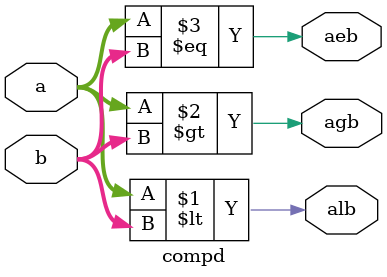
<source format=v>
module compd (alb,agb,aeb,a,b);
input [4:0]a,b;
output alb,agb,aeb;
assign alb = a<b;
assign agb = a>b;
assign aeb = a==b;
endmodule
</source>
